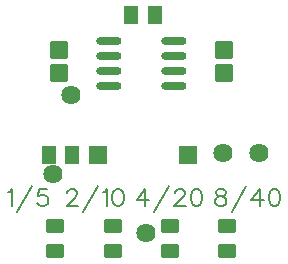
<source format=gts>
G04 Layer: TopSolderMaskLayer*
G04 EasyEDA v6.5.22, 2023-02-12 10:45:47*
G04 3d9444fe1cb54b23bce2806f6c367247,ed70181f279245e6aff80281ee7dc86a,10*
G04 Gerber Generator version 0.2*
G04 Scale: 100 percent, Rotated: No, Reflected: No *
G04 Dimensions in millimeters *
G04 leading zeros omitted , absolute positions ,4 integer and 5 decimal *
%FSLAX45Y45*%
%MOMM*%

%AMMACRO1*1,1,$1,$2,$3*1,1,$1,$4,$5*1,1,$1,0-$2,0-$3*1,1,$1,0-$4,0-$5*20,1,$1,$2,$3,$4,$5,0*20,1,$1,$4,$5,0-$2,0-$3,0*20,1,$1,0-$2,0-$3,0-$4,0-$5,0*20,1,$1,0-$4,0-$5,$2,$3,0*4,1,4,$2,$3,$4,$5,0-$2,0-$3,0-$4,0-$5,$2,$3,0*%
%ADD10C,0.2000*%
%ADD11O,2.1466048X0.68961*%
%ADD12MACRO1,0.1016X0.6985X0.508X0.6985X-0.508*%
%ADD13MACRO1,0.1016X-0.7X-0.75X-0.7X0.75*%
%ADD14MACRO1,0.1016X-0.5663X-0.6885X-0.5663X0.6885*%
%ADD15MACRO1,0.1016X0.5663X-0.6885X0.5663X0.6885*%
%ADD16MACRO1,0.1016X-0.675X0.705X0.675X0.705*%
%ADD17MACRO1,0.1016X-0.675X-0.705X0.675X-0.705*%
%ADD18MACRO1,0.1016X0.675X-0.705X-0.675X-0.705*%
%ADD19MACRO1,0.1016X0.675X0.705X-0.675X0.705*%
%ADD20C,1.6256*%

%LPD*%
D10*
X3873500Y4670805D02*
G01*
X3887215Y4677410D01*
X3907536Y4697984D01*
X3907536Y4554728D01*
X4075429Y4725162D02*
G01*
X3952493Y4506976D01*
X4202175Y4697984D02*
G01*
X4133850Y4697984D01*
X4127245Y4636515D01*
X4133850Y4643373D01*
X4154424Y4650231D01*
X4174743Y4650231D01*
X4195318Y4643373D01*
X4209034Y4629657D01*
X4215891Y4609337D01*
X4215891Y4595621D01*
X4209034Y4575302D01*
X4195318Y4561586D01*
X4174743Y4554728D01*
X4154424Y4554728D01*
X4133850Y4561586D01*
X4127245Y4568444D01*
X4120388Y4582160D01*
X4375658Y4663947D02*
G01*
X4375658Y4670805D01*
X4382515Y4684268D01*
X4389374Y4691126D01*
X4402836Y4697984D01*
X4430268Y4697984D01*
X4443729Y4691126D01*
X4450588Y4684268D01*
X4457445Y4670805D01*
X4457445Y4657089D01*
X4450588Y4643373D01*
X4436872Y4623054D01*
X4368800Y4554728D01*
X4464304Y4554728D01*
X4631943Y4725162D02*
G01*
X4509261Y4506976D01*
X4676902Y4670805D02*
G01*
X4690618Y4677410D01*
X4711191Y4697984D01*
X4711191Y4554728D01*
X4797043Y4697984D02*
G01*
X4776470Y4691126D01*
X4763008Y4670805D01*
X4756150Y4636515D01*
X4756150Y4616195D01*
X4763008Y4582160D01*
X4776470Y4561586D01*
X4797043Y4554728D01*
X4810506Y4554728D01*
X4831079Y4561586D01*
X4844795Y4582160D01*
X4851400Y4616195D01*
X4851400Y4636515D01*
X4844795Y4670805D01*
X4831079Y4691126D01*
X4810506Y4697984D01*
X4797043Y4697984D01*
X5033772Y4697984D02*
G01*
X4965700Y4602479D01*
X5068061Y4602479D01*
X5033772Y4697984D02*
G01*
X5033772Y4554728D01*
X5235702Y4725162D02*
G01*
X5113020Y4506976D01*
X5287518Y4663947D02*
G01*
X5287518Y4670805D01*
X5294375Y4684268D01*
X5301234Y4691126D01*
X5314695Y4697984D01*
X5342127Y4697984D01*
X5355590Y4691126D01*
X5362447Y4684268D01*
X5369306Y4670805D01*
X5369306Y4657089D01*
X5362447Y4643373D01*
X5348986Y4623054D01*
X5280659Y4554728D01*
X5376163Y4554728D01*
X5462015Y4697984D02*
G01*
X5441695Y4691126D01*
X5427979Y4670805D01*
X5421122Y4636515D01*
X5421122Y4616195D01*
X5427979Y4582160D01*
X5441695Y4561586D01*
X5462015Y4554728D01*
X5475731Y4554728D01*
X5496052Y4561586D01*
X5509768Y4582160D01*
X5516625Y4616195D01*
X5516625Y4636515D01*
X5509768Y4670805D01*
X5496052Y4691126D01*
X5475731Y4697984D01*
X5462015Y4697984D01*
X5660136Y4697984D02*
G01*
X5639815Y4691126D01*
X5632958Y4677410D01*
X5632958Y4663947D01*
X5639815Y4650231D01*
X5653277Y4643373D01*
X5680709Y4636515D01*
X5701029Y4629657D01*
X5714745Y4616195D01*
X5721604Y4602479D01*
X5721604Y4582160D01*
X5714745Y4568444D01*
X5707888Y4561586D01*
X5687568Y4554728D01*
X5660136Y4554728D01*
X5639815Y4561586D01*
X5632958Y4568444D01*
X5626100Y4582160D01*
X5626100Y4602479D01*
X5632958Y4616195D01*
X5646674Y4629657D01*
X5666993Y4636515D01*
X5694172Y4643373D01*
X5707888Y4650231D01*
X5714745Y4663947D01*
X5714745Y4677410D01*
X5707888Y4691126D01*
X5687568Y4697984D01*
X5660136Y4697984D01*
X5889243Y4725162D02*
G01*
X5766561Y4506976D01*
X6002527Y4697984D02*
G01*
X5934202Y4602479D01*
X6036563Y4602479D01*
X6002527Y4697984D02*
G01*
X6002527Y4554728D01*
X6122415Y4697984D02*
G01*
X6102095Y4691126D01*
X6088379Y4670805D01*
X6081522Y4636515D01*
X6081522Y4616195D01*
X6088379Y4582160D01*
X6102095Y4561586D01*
X6122415Y4554728D01*
X6136131Y4554728D01*
X6156452Y4561586D01*
X6170168Y4582160D01*
X6177025Y4616195D01*
X6177025Y4636515D01*
X6170168Y4670805D01*
X6156452Y4691126D01*
X6136131Y4697984D01*
X6122415Y4697984D01*
D11*
G01*
X4726559Y5956300D03*
G01*
X4726559Y5829300D03*
G01*
X4726559Y5702300D03*
G01*
X4726559Y5575300D03*
G01*
X5281040Y5956300D03*
G01*
X5281040Y5829300D03*
G01*
X5281040Y5702300D03*
G01*
X5281040Y5575300D03*
D12*
G01*
X4267225Y4386554D03*
G01*
X4267225Y4173194D03*
G01*
X4762525Y4386554D03*
G01*
X4762525Y4173194D03*
G01*
X5245125Y4386554D03*
G01*
X5245125Y4173194D03*
G01*
X5727725Y4386554D03*
G01*
X5727725Y4173194D03*
D13*
G01*
X4636508Y4991096D03*
G01*
X5396494Y4991096D03*
D14*
G01*
X4418004Y4991100D03*
D15*
G01*
X4217995Y4991100D03*
D14*
G01*
X5116504Y6172200D03*
D15*
G01*
X4916495Y6172200D03*
D16*
G01*
X5702300Y5678497D03*
D17*
G01*
X5702300Y5878502D03*
D18*
G01*
X4305300Y5878502D03*
D19*
G01*
X4305300Y5678497D03*
D20*
G01*
X5041900Y4330700D03*
G01*
X5689600Y5003800D03*
G01*
X5994400Y5003800D03*
G01*
X4406900Y5499100D03*
G01*
X4254500Y4826000D03*
M02*

</source>
